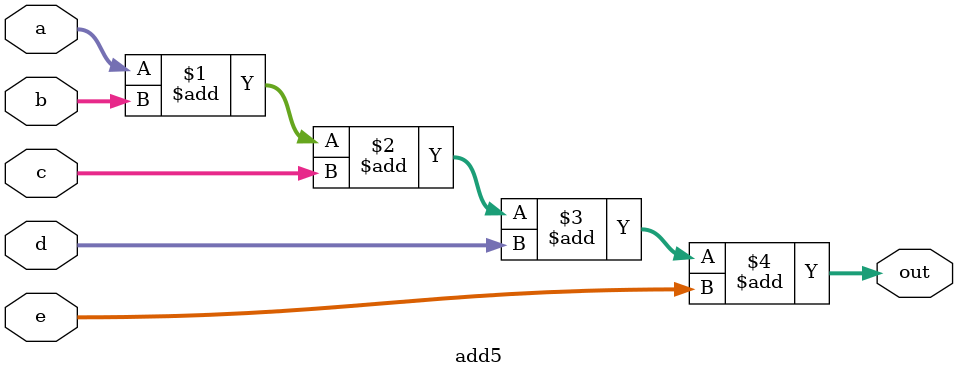
<source format=v>
/*!
* @file add5.v
* @brief Addition 32-bits Module (5 inputs)
* @author LDFranck
* @date February 2023
* @version v1
*
* @details
*  32-bit digital adder module implementation in Verilog.
*  The module returns the sum of the 5 inputs (a, b, c, d, e)
*  truncated to 32-bits size.
*/

module add5(out, a, b, c, d, e);

	input  [31:0] a, b, c, d, e;
	output [31:0] out;

	assign out = a + b + c + d + e;

endmodule
</source>
